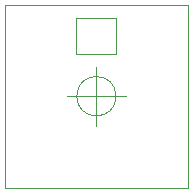
<source format=gm1>
%TF.GenerationSoftware,KiCad,Pcbnew,8.0.5*%
%TF.CreationDate,2024-09-21T17:11:46+02:00*%
%TF.ProjectId,keycap,6b657963-6170-42e6-9b69-6361645f7063,rev?*%
%TF.SameCoordinates,Original*%
%TF.FileFunction,Profile,NP*%
%FSLAX46Y46*%
G04 Gerber Fmt 4.6, Leading zero omitted, Abs format (unit mm)*
G04 Created by KiCad (PCBNEW 8.0.5) date 2024-09-21 17:11:46*
%MOMM*%
%LPD*%
G01*
G04 APERTURE LIST*
%TA.AperFunction,Profile*%
%ADD10C,0.100000*%
%TD*%
%TA.AperFunction,Profile*%
%ADD11C,0.050000*%
%TD*%
%TA.AperFunction,Profile*%
%ADD12C,0.120000*%
%TD*%
G04 APERTURE END LIST*
D10*
X113411140Y-121044360D02*
X113411140Y-105569360D01*
X128877060Y-121046240D02*
X113411140Y-121044360D01*
X128884680Y-105572560D02*
X128877060Y-121046240D01*
X113411140Y-105569360D02*
X128884680Y-105572560D01*
D11*
X122799266Y-113289080D02*
G75*
G02*
X119465934Y-113289080I-1666666J0D01*
G01*
X119465934Y-113289080D02*
G75*
G02*
X122799266Y-113289080I1666666J0D01*
G01*
X118632600Y-113289080D02*
X123632600Y-113289080D01*
X121132600Y-110789080D02*
X121132600Y-115789080D01*
D12*
X119400000Y-106700000D02*
X122800000Y-106700000D01*
X119400000Y-109700000D02*
X119400000Y-106700000D01*
X122800000Y-106700000D02*
X122800000Y-109700000D01*
X122800000Y-109700000D02*
X119400000Y-109700000D01*
M02*

</source>
